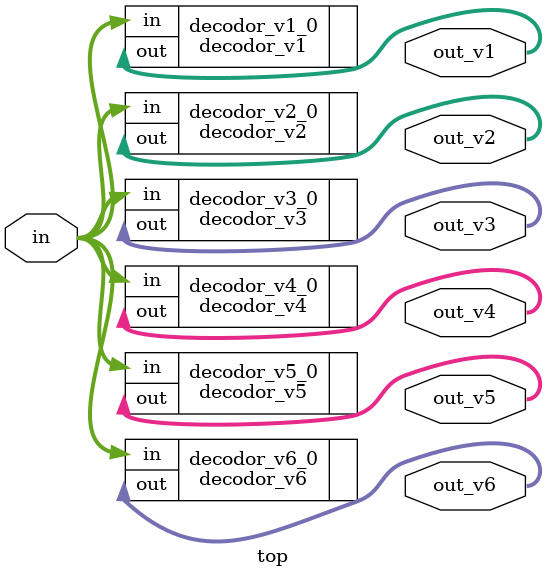
<source format=v>
module top
	(
		input wire [1:0] in,
		output wire [3:0] out_v1, // fiecare varianta de decodor cu iesirea lui
		output wire [3:0] out_v2, // toate ar trebui sa scoata acelasi rezultat 
		output wire [3:0] out_v3,
		output wire [3:0] out_v4,
		output wire [3:0] out_v5,
		output wire [3:0] out_v6
	);
	
decodor_v1 decodor_v1_0
	(
		.in(in),
		.out(out_v1)
	);

decodor_v2 decodor_v2_0
	(
		.in(in),
		.out(out_v2)
	);
	
decodor_v3 decodor_v3_0
	(
		.in(in),
		.out(out_v3)
	);
	
decodor_v4 decodor_v4_0
	(
		.in(in),
		.out(out_v4)
	);
	
decodor_v5 decodor_v5_0
	(
		.in(in),
		.out(out_v5)
	);

decodor_v6 decodor_v6_0
	(
		.in(in),
		.out(out_v6)
	);
	
endmodule

</source>
